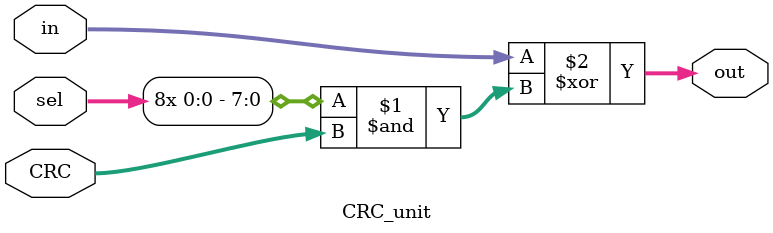
<source format=v>
module CRC_unit
#(
    parameter   BW = 8
)
(
    output      [BW-1:0] out,
    input       [BW-1:0] in, CRC, 
    input                sel
);

    wire [BW-1:0] temp;
    assign out = in ^ ({(BW){sel}} & CRC);
    
endmodule
</source>
